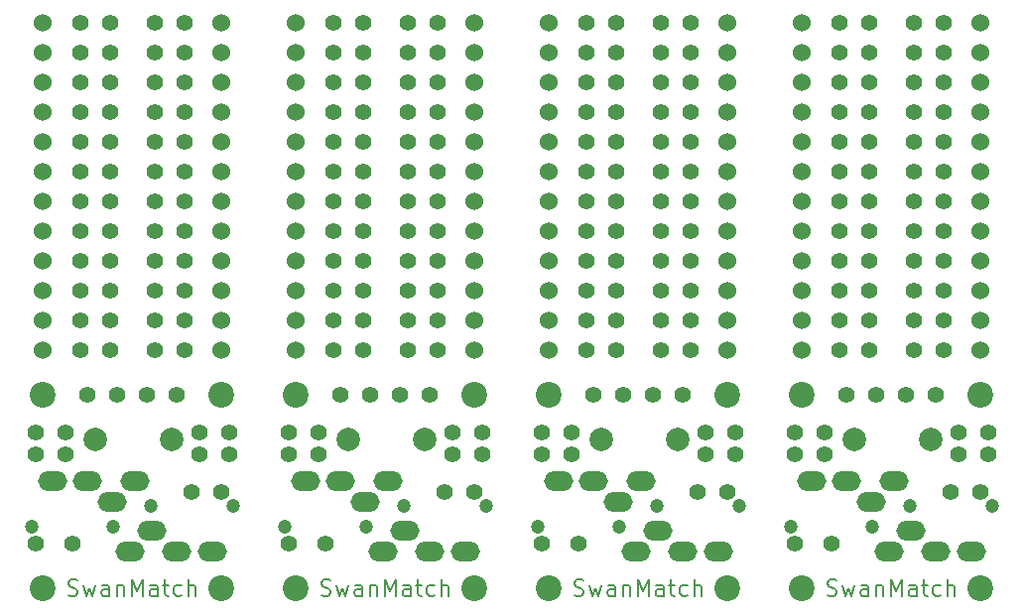
<source format=gts>
G04 #@! TF.GenerationSoftware,KiCad,Pcbnew,5.0.0-fee4fd1~66~ubuntu18.04.1*
G04 #@! TF.CreationDate,2018-09-17T00:42:53+09:00*
G04 #@! TF.ProjectId,MxLEDBit,4D784C45444269742E6B696361645F70,1*
G04 #@! TF.SameCoordinates,Original*
G04 #@! TF.FileFunction,Soldermask,Top*
G04 #@! TF.FilePolarity,Negative*
%FSLAX46Y46*%
G04 Gerber Fmt 4.6, Leading zero omitted, Abs format (unit mm)*
G04 Created by KiCad (PCBNEW 5.0.0-fee4fd1~66~ubuntu18.04.1) date Mon Sep 17 00:42:53 2018*
%MOMM*%
%LPD*%
G01*
G04 APERTURE LIST*
%ADD10C,0.200000*%
%ADD11C,2.200000*%
%ADD12C,2.000000*%
%ADD13C,1.397000*%
%ADD14C,1.200000*%
%ADD15O,2.500000X1.700000*%
%ADD16C,1.524000*%
G04 APERTURE END LIST*
D10*
X95498333Y-97721666D02*
X95698333Y-97788333D01*
X96031666Y-97788333D01*
X96165000Y-97721666D01*
X96231666Y-97655000D01*
X96298333Y-97521666D01*
X96298333Y-97388333D01*
X96231666Y-97255000D01*
X96165000Y-97188333D01*
X96031666Y-97121666D01*
X95765000Y-97055000D01*
X95631666Y-96988333D01*
X95565000Y-96921666D01*
X95498333Y-96788333D01*
X95498333Y-96655000D01*
X95565000Y-96521666D01*
X95631666Y-96455000D01*
X95765000Y-96388333D01*
X96098333Y-96388333D01*
X96298333Y-96455000D01*
X96765000Y-96855000D02*
X97031666Y-97788333D01*
X97298333Y-97121666D01*
X97565000Y-97788333D01*
X97831666Y-96855000D01*
X98965000Y-97788333D02*
X98965000Y-97055000D01*
X98898333Y-96921666D01*
X98765000Y-96855000D01*
X98498333Y-96855000D01*
X98365000Y-96921666D01*
X98965000Y-97721666D02*
X98831666Y-97788333D01*
X98498333Y-97788333D01*
X98365000Y-97721666D01*
X98298333Y-97588333D01*
X98298333Y-97455000D01*
X98365000Y-97321666D01*
X98498333Y-97255000D01*
X98831666Y-97255000D01*
X98965000Y-97188333D01*
X99631666Y-96855000D02*
X99631666Y-97788333D01*
X99631666Y-96988333D02*
X99698333Y-96921666D01*
X99831666Y-96855000D01*
X100031666Y-96855000D01*
X100165000Y-96921666D01*
X100231666Y-97055000D01*
X100231666Y-97788333D01*
X100898333Y-97788333D02*
X100898333Y-96388333D01*
X101365000Y-97388333D01*
X101831666Y-96388333D01*
X101831666Y-97788333D01*
X103098333Y-97788333D02*
X103098333Y-97055000D01*
X103031666Y-96921666D01*
X102898333Y-96855000D01*
X102631666Y-96855000D01*
X102498333Y-96921666D01*
X103098333Y-97721666D02*
X102965000Y-97788333D01*
X102631666Y-97788333D01*
X102498333Y-97721666D01*
X102431666Y-97588333D01*
X102431666Y-97455000D01*
X102498333Y-97321666D01*
X102631666Y-97255000D01*
X102965000Y-97255000D01*
X103098333Y-97188333D01*
X103565000Y-96855000D02*
X104098333Y-96855000D01*
X103765000Y-96388333D02*
X103765000Y-97588333D01*
X103831666Y-97721666D01*
X103965000Y-97788333D01*
X104098333Y-97788333D01*
X105165000Y-97721666D02*
X105031666Y-97788333D01*
X104765000Y-97788333D01*
X104631666Y-97721666D01*
X104565000Y-97655000D01*
X104498333Y-97521666D01*
X104498333Y-97121666D01*
X104565000Y-96988333D01*
X104631666Y-96921666D01*
X104765000Y-96855000D01*
X105031666Y-96855000D01*
X105165000Y-96921666D01*
X105765000Y-97788333D02*
X105765000Y-96388333D01*
X106365000Y-97788333D02*
X106365000Y-97055000D01*
X106298333Y-96921666D01*
X106165000Y-96855000D01*
X105965000Y-96855000D01*
X105831666Y-96921666D01*
X105765000Y-96988333D01*
X117088333Y-97721666D02*
X117288333Y-97788333D01*
X117621666Y-97788333D01*
X117755000Y-97721666D01*
X117821666Y-97655000D01*
X117888333Y-97521666D01*
X117888333Y-97388333D01*
X117821666Y-97255000D01*
X117755000Y-97188333D01*
X117621666Y-97121666D01*
X117355000Y-97055000D01*
X117221666Y-96988333D01*
X117155000Y-96921666D01*
X117088333Y-96788333D01*
X117088333Y-96655000D01*
X117155000Y-96521666D01*
X117221666Y-96455000D01*
X117355000Y-96388333D01*
X117688333Y-96388333D01*
X117888333Y-96455000D01*
X118355000Y-96855000D02*
X118621666Y-97788333D01*
X118888333Y-97121666D01*
X119155000Y-97788333D01*
X119421666Y-96855000D01*
X120555000Y-97788333D02*
X120555000Y-97055000D01*
X120488333Y-96921666D01*
X120355000Y-96855000D01*
X120088333Y-96855000D01*
X119955000Y-96921666D01*
X120555000Y-97721666D02*
X120421666Y-97788333D01*
X120088333Y-97788333D01*
X119955000Y-97721666D01*
X119888333Y-97588333D01*
X119888333Y-97455000D01*
X119955000Y-97321666D01*
X120088333Y-97255000D01*
X120421666Y-97255000D01*
X120555000Y-97188333D01*
X121221666Y-96855000D02*
X121221666Y-97788333D01*
X121221666Y-96988333D02*
X121288333Y-96921666D01*
X121421666Y-96855000D01*
X121621666Y-96855000D01*
X121755000Y-96921666D01*
X121821666Y-97055000D01*
X121821666Y-97788333D01*
X122488333Y-97788333D02*
X122488333Y-96388333D01*
X122955000Y-97388333D01*
X123421666Y-96388333D01*
X123421666Y-97788333D01*
X124688333Y-97788333D02*
X124688333Y-97055000D01*
X124621666Y-96921666D01*
X124488333Y-96855000D01*
X124221666Y-96855000D01*
X124088333Y-96921666D01*
X124688333Y-97721666D02*
X124555000Y-97788333D01*
X124221666Y-97788333D01*
X124088333Y-97721666D01*
X124021666Y-97588333D01*
X124021666Y-97455000D01*
X124088333Y-97321666D01*
X124221666Y-97255000D01*
X124555000Y-97255000D01*
X124688333Y-97188333D01*
X125155000Y-96855000D02*
X125688333Y-96855000D01*
X125355000Y-96388333D02*
X125355000Y-97588333D01*
X125421666Y-97721666D01*
X125555000Y-97788333D01*
X125688333Y-97788333D01*
X126755000Y-97721666D02*
X126621666Y-97788333D01*
X126355000Y-97788333D01*
X126221666Y-97721666D01*
X126155000Y-97655000D01*
X126088333Y-97521666D01*
X126088333Y-97121666D01*
X126155000Y-96988333D01*
X126221666Y-96921666D01*
X126355000Y-96855000D01*
X126621666Y-96855000D01*
X126755000Y-96921666D01*
X127355000Y-97788333D02*
X127355000Y-96388333D01*
X127955000Y-97788333D02*
X127955000Y-97055000D01*
X127888333Y-96921666D01*
X127755000Y-96855000D01*
X127555000Y-96855000D01*
X127421666Y-96921666D01*
X127355000Y-96988333D01*
X138678333Y-97721666D02*
X138878333Y-97788333D01*
X139211666Y-97788333D01*
X139345000Y-97721666D01*
X139411666Y-97655000D01*
X139478333Y-97521666D01*
X139478333Y-97388333D01*
X139411666Y-97255000D01*
X139345000Y-97188333D01*
X139211666Y-97121666D01*
X138945000Y-97055000D01*
X138811666Y-96988333D01*
X138745000Y-96921666D01*
X138678333Y-96788333D01*
X138678333Y-96655000D01*
X138745000Y-96521666D01*
X138811666Y-96455000D01*
X138945000Y-96388333D01*
X139278333Y-96388333D01*
X139478333Y-96455000D01*
X139945000Y-96855000D02*
X140211666Y-97788333D01*
X140478333Y-97121666D01*
X140745000Y-97788333D01*
X141011666Y-96855000D01*
X142145000Y-97788333D02*
X142145000Y-97055000D01*
X142078333Y-96921666D01*
X141945000Y-96855000D01*
X141678333Y-96855000D01*
X141545000Y-96921666D01*
X142145000Y-97721666D02*
X142011666Y-97788333D01*
X141678333Y-97788333D01*
X141545000Y-97721666D01*
X141478333Y-97588333D01*
X141478333Y-97455000D01*
X141545000Y-97321666D01*
X141678333Y-97255000D01*
X142011666Y-97255000D01*
X142145000Y-97188333D01*
X142811666Y-96855000D02*
X142811666Y-97788333D01*
X142811666Y-96988333D02*
X142878333Y-96921666D01*
X143011666Y-96855000D01*
X143211666Y-96855000D01*
X143345000Y-96921666D01*
X143411666Y-97055000D01*
X143411666Y-97788333D01*
X144078333Y-97788333D02*
X144078333Y-96388333D01*
X144545000Y-97388333D01*
X145011666Y-96388333D01*
X145011666Y-97788333D01*
X146278333Y-97788333D02*
X146278333Y-97055000D01*
X146211666Y-96921666D01*
X146078333Y-96855000D01*
X145811666Y-96855000D01*
X145678333Y-96921666D01*
X146278333Y-97721666D02*
X146145000Y-97788333D01*
X145811666Y-97788333D01*
X145678333Y-97721666D01*
X145611666Y-97588333D01*
X145611666Y-97455000D01*
X145678333Y-97321666D01*
X145811666Y-97255000D01*
X146145000Y-97255000D01*
X146278333Y-97188333D01*
X146745000Y-96855000D02*
X147278333Y-96855000D01*
X146945000Y-96388333D02*
X146945000Y-97588333D01*
X147011666Y-97721666D01*
X147145000Y-97788333D01*
X147278333Y-97788333D01*
X148345000Y-97721666D02*
X148211666Y-97788333D01*
X147945000Y-97788333D01*
X147811666Y-97721666D01*
X147745000Y-97655000D01*
X147678333Y-97521666D01*
X147678333Y-97121666D01*
X147745000Y-96988333D01*
X147811666Y-96921666D01*
X147945000Y-96855000D01*
X148211666Y-96855000D01*
X148345000Y-96921666D01*
X148945000Y-97788333D02*
X148945000Y-96388333D01*
X149545000Y-97788333D02*
X149545000Y-97055000D01*
X149478333Y-96921666D01*
X149345000Y-96855000D01*
X149145000Y-96855000D01*
X149011666Y-96921666D01*
X148945000Y-96988333D01*
X160268333Y-97721666D02*
X160468333Y-97788333D01*
X160801666Y-97788333D01*
X160935000Y-97721666D01*
X161001666Y-97655000D01*
X161068333Y-97521666D01*
X161068333Y-97388333D01*
X161001666Y-97255000D01*
X160935000Y-97188333D01*
X160801666Y-97121666D01*
X160535000Y-97055000D01*
X160401666Y-96988333D01*
X160335000Y-96921666D01*
X160268333Y-96788333D01*
X160268333Y-96655000D01*
X160335000Y-96521666D01*
X160401666Y-96455000D01*
X160535000Y-96388333D01*
X160868333Y-96388333D01*
X161068333Y-96455000D01*
X161535000Y-96855000D02*
X161801666Y-97788333D01*
X162068333Y-97121666D01*
X162335000Y-97788333D01*
X162601666Y-96855000D01*
X163735000Y-97788333D02*
X163735000Y-97055000D01*
X163668333Y-96921666D01*
X163535000Y-96855000D01*
X163268333Y-96855000D01*
X163135000Y-96921666D01*
X163735000Y-97721666D02*
X163601666Y-97788333D01*
X163268333Y-97788333D01*
X163135000Y-97721666D01*
X163068333Y-97588333D01*
X163068333Y-97455000D01*
X163135000Y-97321666D01*
X163268333Y-97255000D01*
X163601666Y-97255000D01*
X163735000Y-97188333D01*
X164401666Y-96855000D02*
X164401666Y-97788333D01*
X164401666Y-96988333D02*
X164468333Y-96921666D01*
X164601666Y-96855000D01*
X164801666Y-96855000D01*
X164935000Y-96921666D01*
X165001666Y-97055000D01*
X165001666Y-97788333D01*
X165668333Y-97788333D02*
X165668333Y-96388333D01*
X166135000Y-97388333D01*
X166601666Y-96388333D01*
X166601666Y-97788333D01*
X167868333Y-97788333D02*
X167868333Y-97055000D01*
X167801666Y-96921666D01*
X167668333Y-96855000D01*
X167401666Y-96855000D01*
X167268333Y-96921666D01*
X167868333Y-97721666D02*
X167735000Y-97788333D01*
X167401666Y-97788333D01*
X167268333Y-97721666D01*
X167201666Y-97588333D01*
X167201666Y-97455000D01*
X167268333Y-97321666D01*
X167401666Y-97255000D01*
X167735000Y-97255000D01*
X167868333Y-97188333D01*
X168335000Y-96855000D02*
X168868333Y-96855000D01*
X168535000Y-96388333D02*
X168535000Y-97588333D01*
X168601666Y-97721666D01*
X168735000Y-97788333D01*
X168868333Y-97788333D01*
X169935000Y-97721666D02*
X169801666Y-97788333D01*
X169535000Y-97788333D01*
X169401666Y-97721666D01*
X169335000Y-97655000D01*
X169268333Y-97521666D01*
X169268333Y-97121666D01*
X169335000Y-96988333D01*
X169401666Y-96921666D01*
X169535000Y-96855000D01*
X169801666Y-96855000D01*
X169935000Y-96921666D01*
X170535000Y-97788333D02*
X170535000Y-96388333D01*
X171135000Y-97788333D02*
X171135000Y-97055000D01*
X171068333Y-96921666D01*
X170935000Y-96855000D01*
X170735000Y-96855000D01*
X170601666Y-96921666D01*
X170535000Y-96988333D01*
D11*
G04 #@! TO.C,HOLE_M2*
X93345000Y-97155000D03*
G04 #@! TD*
G04 #@! TO.C,HOLE_M2*
X114935000Y-97155000D03*
G04 #@! TD*
G04 #@! TO.C,HOLE_M2*
X136525000Y-97155000D03*
G04 #@! TD*
D12*
G04 #@! TO.C,RESET1*
X97790000Y-84455000D03*
X104290000Y-84455000D03*
G04 #@! TD*
G04 #@! TO.C,RESET1*
X119380000Y-84455000D03*
X125880000Y-84455000D03*
G04 #@! TD*
G04 #@! TO.C,RESET1*
X140970000Y-84455000D03*
X147470000Y-84455000D03*
G04 #@! TD*
D11*
G04 #@! TO.C,HOLE_M2*
X108585000Y-97155000D03*
G04 #@! TD*
G04 #@! TO.C,HOLE_M2*
X130175000Y-97155000D03*
G04 #@! TD*
G04 #@! TO.C,HOLE_M2*
X151765000Y-97155000D03*
G04 #@! TD*
G04 #@! TO.C,HOLE_M2*
X93345000Y-80645000D03*
G04 #@! TD*
G04 #@! TO.C,HOLE_M2*
X114935000Y-80645000D03*
G04 #@! TD*
G04 #@! TO.C,HOLE_M2*
X136525000Y-80645000D03*
G04 #@! TD*
G04 #@! TO.C,HOLE_M2*
X108585000Y-80645000D03*
G04 #@! TD*
G04 #@! TO.C,HOLE_M2*
X130175000Y-80645000D03*
G04 #@! TD*
G04 #@! TO.C,HOLE_M2*
X151765000Y-80645000D03*
G04 #@! TD*
D13*
G04 #@! TO.C,P2*
X96520000Y-48895000D03*
G04 #@! TD*
G04 #@! TO.C,P2*
X118110000Y-48895000D03*
G04 #@! TD*
G04 #@! TO.C,P2*
X139700000Y-48895000D03*
G04 #@! TD*
G04 #@! TO.C,P2*
X96520000Y-51435000D03*
G04 #@! TD*
G04 #@! TO.C,P2*
X118110000Y-51435000D03*
G04 #@! TD*
G04 #@! TO.C,P2*
X139700000Y-51435000D03*
G04 #@! TD*
G04 #@! TO.C,P2*
X96520000Y-53975000D03*
G04 #@! TD*
G04 #@! TO.C,P2*
X118110000Y-53975000D03*
G04 #@! TD*
G04 #@! TO.C,P2*
X139700000Y-53975000D03*
G04 #@! TD*
G04 #@! TO.C,P2*
X96520000Y-56515000D03*
G04 #@! TD*
G04 #@! TO.C,P2*
X118110000Y-56515000D03*
G04 #@! TD*
G04 #@! TO.C,P2*
X139700000Y-56515000D03*
G04 #@! TD*
G04 #@! TO.C,P2*
X96520000Y-59055000D03*
G04 #@! TD*
G04 #@! TO.C,P2*
X118110000Y-59055000D03*
G04 #@! TD*
G04 #@! TO.C,P2*
X139700000Y-59055000D03*
G04 #@! TD*
G04 #@! TO.C,P2*
X105410000Y-56515000D03*
G04 #@! TD*
G04 #@! TO.C,P2*
X127000000Y-56515000D03*
G04 #@! TD*
G04 #@! TO.C,P2*
X148590000Y-56515000D03*
G04 #@! TD*
G04 #@! TO.C,P2*
X105410000Y-51435000D03*
G04 #@! TD*
G04 #@! TO.C,P2*
X127000000Y-51435000D03*
G04 #@! TD*
G04 #@! TO.C,P2*
X148590000Y-51435000D03*
G04 #@! TD*
G04 #@! TO.C,P2*
X105410000Y-53975000D03*
G04 #@! TD*
G04 #@! TO.C,P2*
X127000000Y-53975000D03*
G04 #@! TD*
G04 #@! TO.C,P2*
X148590000Y-53975000D03*
G04 #@! TD*
G04 #@! TO.C,P2*
X105410000Y-59055000D03*
G04 #@! TD*
G04 #@! TO.C,P2*
X127000000Y-59055000D03*
G04 #@! TD*
G04 #@! TO.C,P2*
X148590000Y-59055000D03*
G04 #@! TD*
G04 #@! TO.C,P2*
X105410000Y-48895000D03*
G04 #@! TD*
G04 #@! TO.C,P2*
X127000000Y-48895000D03*
G04 #@! TD*
G04 #@! TO.C,P2*
X148590000Y-48895000D03*
G04 #@! TD*
G04 #@! TO.C,P2*
X105410000Y-61595000D03*
G04 #@! TD*
G04 #@! TO.C,P2*
X127000000Y-61595000D03*
G04 #@! TD*
G04 #@! TO.C,P2*
X148590000Y-61595000D03*
G04 #@! TD*
G04 #@! TO.C,P2*
X99060000Y-51435000D03*
G04 #@! TD*
G04 #@! TO.C,P2*
X120650000Y-51435000D03*
G04 #@! TD*
G04 #@! TO.C,P2*
X142240000Y-51435000D03*
G04 #@! TD*
G04 #@! TO.C,P2*
X99060000Y-56515000D03*
G04 #@! TD*
G04 #@! TO.C,P2*
X120650000Y-56515000D03*
G04 #@! TD*
G04 #@! TO.C,P2*
X142240000Y-56515000D03*
G04 #@! TD*
G04 #@! TO.C,P2*
X99060000Y-53975000D03*
G04 #@! TD*
G04 #@! TO.C,P2*
X120650000Y-53975000D03*
G04 #@! TD*
G04 #@! TO.C,P2*
X142240000Y-53975000D03*
G04 #@! TD*
G04 #@! TO.C,P2*
X99060000Y-48895000D03*
G04 #@! TD*
G04 #@! TO.C,P2*
X120650000Y-48895000D03*
G04 #@! TD*
G04 #@! TO.C,P2*
X142240000Y-48895000D03*
G04 #@! TD*
G04 #@! TO.C,P2*
X99060000Y-59055000D03*
G04 #@! TD*
G04 #@! TO.C,P2*
X120650000Y-59055000D03*
G04 #@! TD*
G04 #@! TO.C,P2*
X142240000Y-59055000D03*
G04 #@! TD*
G04 #@! TO.C,DT*
X102870000Y-51435000D03*
G04 #@! TD*
G04 #@! TO.C,DT*
X124460000Y-51435000D03*
G04 #@! TD*
G04 #@! TO.C,DT*
X146050000Y-51435000D03*
G04 #@! TD*
G04 #@! TO.C,P2*
X102870000Y-56515000D03*
G04 #@! TD*
G04 #@! TO.C,P2*
X124460000Y-56515000D03*
G04 #@! TD*
G04 #@! TO.C,P2*
X146050000Y-56515000D03*
G04 #@! TD*
G04 #@! TO.C,P2*
X102870000Y-53975000D03*
G04 #@! TD*
G04 #@! TO.C,P2*
X124460000Y-53975000D03*
G04 #@! TD*
G04 #@! TO.C,P2*
X146050000Y-53975000D03*
G04 #@! TD*
G04 #@! TO.C,P2*
X102870000Y-48895000D03*
G04 #@! TD*
G04 #@! TO.C,P2*
X124460000Y-48895000D03*
G04 #@! TD*
G04 #@! TO.C,P2*
X146050000Y-48895000D03*
G04 #@! TD*
G04 #@! TO.C,P2*
X102870000Y-61595000D03*
G04 #@! TD*
G04 #@! TO.C,P2*
X124460000Y-61595000D03*
G04 #@! TD*
G04 #@! TO.C,P2*
X146050000Y-61595000D03*
G04 #@! TD*
D14*
G04 #@! TO.C,JACK*
X99355000Y-91880000D03*
X92355000Y-91880000D03*
D15*
X94155000Y-88030000D03*
X97155000Y-88030000D03*
X101155000Y-88030000D03*
X102655000Y-92230000D03*
G04 #@! TD*
D14*
G04 #@! TO.C,JACK*
X120945000Y-91880000D03*
X113945000Y-91880000D03*
D15*
X115745000Y-88030000D03*
X118745000Y-88030000D03*
X122745000Y-88030000D03*
X124245000Y-92230000D03*
G04 #@! TD*
D14*
G04 #@! TO.C,JACK*
X142535000Y-91880000D03*
X135535000Y-91880000D03*
D15*
X137335000Y-88030000D03*
X140335000Y-88030000D03*
X144335000Y-88030000D03*
X145835000Y-92230000D03*
G04 #@! TD*
D14*
G04 #@! TO.C,JACK*
X102575000Y-90130000D03*
X109575000Y-90130000D03*
D15*
X107775000Y-93980000D03*
X104775000Y-93980000D03*
X100775000Y-93980000D03*
X99275000Y-89780000D03*
G04 #@! TD*
D14*
G04 #@! TO.C,JACK*
X124165000Y-90130000D03*
X131165000Y-90130000D03*
D15*
X129365000Y-93980000D03*
X126365000Y-93980000D03*
X122365000Y-93980000D03*
X120865000Y-89780000D03*
G04 #@! TD*
D14*
G04 #@! TO.C,JACK*
X145755000Y-90130000D03*
X152755000Y-90130000D03*
D15*
X150955000Y-93980000D03*
X147955000Y-93980000D03*
X143955000Y-93980000D03*
X142455000Y-89780000D03*
G04 #@! TD*
D13*
G04 #@! TO.C,P2*
X102870000Y-59055000D03*
G04 #@! TD*
G04 #@! TO.C,P2*
X124460000Y-59055000D03*
G04 #@! TD*
G04 #@! TO.C,P2*
X146050000Y-59055000D03*
G04 #@! TD*
G04 #@! TO.C,DATA*
X92710000Y-93345000D03*
G04 #@! TD*
G04 #@! TO.C,DATA*
X114300000Y-93345000D03*
G04 #@! TD*
G04 #@! TO.C,DATA*
X135890000Y-93345000D03*
G04 #@! TD*
G04 #@! TO.C,A*
X95885000Y-93345000D03*
G04 #@! TD*
G04 #@! TO.C,A*
X117475000Y-93345000D03*
G04 #@! TD*
G04 #@! TO.C,A*
X139065000Y-93345000D03*
G04 #@! TD*
G04 #@! TO.C,A*
X106045000Y-88900000D03*
G04 #@! TD*
G04 #@! TO.C,A*
X127635000Y-88900000D03*
G04 #@! TD*
G04 #@! TO.C,A*
X149225000Y-88900000D03*
G04 #@! TD*
G04 #@! TO.C,DATA*
X108585000Y-88900000D03*
G04 #@! TD*
G04 #@! TO.C,DATA*
X130175000Y-88900000D03*
G04 #@! TD*
G04 #@! TO.C,DATA*
X151765000Y-88900000D03*
G04 #@! TD*
D16*
G04 #@! TO.C,U2*
X93345000Y-48895000D03*
X93345000Y-51435000D03*
X93345000Y-53975000D03*
X93345000Y-56515000D03*
X93345000Y-59055000D03*
X93345000Y-61595000D03*
X93345000Y-64135000D03*
X93345000Y-66675000D03*
X93345000Y-69215000D03*
X93345000Y-71755000D03*
X93345000Y-74295000D03*
X93345000Y-76835000D03*
X108585000Y-76835000D03*
X108585000Y-74295000D03*
X108585000Y-71755000D03*
X108585000Y-69215000D03*
X108585000Y-66675000D03*
X108585000Y-64135000D03*
X108585000Y-61595000D03*
X108585000Y-59055000D03*
X108585000Y-56515000D03*
X108585000Y-53975000D03*
X108585000Y-51435000D03*
X108585000Y-48895000D03*
G04 #@! TD*
G04 #@! TO.C,U2*
X114935000Y-48895000D03*
X114935000Y-51435000D03*
X114935000Y-53975000D03*
X114935000Y-56515000D03*
X114935000Y-59055000D03*
X114935000Y-61595000D03*
X114935000Y-64135000D03*
X114935000Y-66675000D03*
X114935000Y-69215000D03*
X114935000Y-71755000D03*
X114935000Y-74295000D03*
X114935000Y-76835000D03*
X130175000Y-76835000D03*
X130175000Y-74295000D03*
X130175000Y-71755000D03*
X130175000Y-69215000D03*
X130175000Y-66675000D03*
X130175000Y-64135000D03*
X130175000Y-61595000D03*
X130175000Y-59055000D03*
X130175000Y-56515000D03*
X130175000Y-53975000D03*
X130175000Y-51435000D03*
X130175000Y-48895000D03*
G04 #@! TD*
G04 #@! TO.C,U2*
X136525000Y-48895000D03*
X136525000Y-51435000D03*
X136525000Y-53975000D03*
X136525000Y-56515000D03*
X136525000Y-59055000D03*
X136525000Y-61595000D03*
X136525000Y-64135000D03*
X136525000Y-66675000D03*
X136525000Y-69215000D03*
X136525000Y-71755000D03*
X136525000Y-74295000D03*
X136525000Y-76835000D03*
X151765000Y-76835000D03*
X151765000Y-74295000D03*
X151765000Y-71755000D03*
X151765000Y-69215000D03*
X151765000Y-66675000D03*
X151765000Y-64135000D03*
X151765000Y-61595000D03*
X151765000Y-59055000D03*
X151765000Y-56515000D03*
X151765000Y-53975000D03*
X151765000Y-51435000D03*
X151765000Y-48895000D03*
G04 #@! TD*
D13*
G04 #@! TO.C,P2*
X96520000Y-61595000D03*
G04 #@! TD*
G04 #@! TO.C,P2*
X118110000Y-61595000D03*
G04 #@! TD*
G04 #@! TO.C,P2*
X139700000Y-61595000D03*
G04 #@! TD*
G04 #@! TO.C,P2*
X96520000Y-64135000D03*
G04 #@! TD*
G04 #@! TO.C,P2*
X118110000Y-64135000D03*
G04 #@! TD*
G04 #@! TO.C,P2*
X139700000Y-64135000D03*
G04 #@! TD*
G04 #@! TO.C,P2*
X96520000Y-66675000D03*
G04 #@! TD*
G04 #@! TO.C,P2*
X118110000Y-66675000D03*
G04 #@! TD*
G04 #@! TO.C,P2*
X139700000Y-66675000D03*
G04 #@! TD*
G04 #@! TO.C,P2*
X96520000Y-69215000D03*
G04 #@! TD*
G04 #@! TO.C,P2*
X118110000Y-69215000D03*
G04 #@! TD*
G04 #@! TO.C,P2*
X139700000Y-69215000D03*
G04 #@! TD*
G04 #@! TO.C,P2*
X96520000Y-76835000D03*
G04 #@! TD*
G04 #@! TO.C,P2*
X118110000Y-76835000D03*
G04 #@! TD*
G04 #@! TO.C,P2*
X139700000Y-76835000D03*
G04 #@! TD*
G04 #@! TO.C,P2*
X96520000Y-71755000D03*
G04 #@! TD*
G04 #@! TO.C,P2*
X118110000Y-71755000D03*
G04 #@! TD*
G04 #@! TO.C,P2*
X139700000Y-71755000D03*
G04 #@! TD*
G04 #@! TO.C,P2*
X96520000Y-74295000D03*
G04 #@! TD*
G04 #@! TO.C,P2*
X118110000Y-74295000D03*
G04 #@! TD*
G04 #@! TO.C,P2*
X139700000Y-74295000D03*
G04 #@! TD*
G04 #@! TO.C,P2*
X105410000Y-76835000D03*
G04 #@! TD*
G04 #@! TO.C,P2*
X127000000Y-76835000D03*
G04 #@! TD*
G04 #@! TO.C,P2*
X148590000Y-76835000D03*
G04 #@! TD*
G04 #@! TO.C,P2*
X105410000Y-74295000D03*
G04 #@! TD*
G04 #@! TO.C,P2*
X127000000Y-74295000D03*
G04 #@! TD*
G04 #@! TO.C,P2*
X148590000Y-74295000D03*
G04 #@! TD*
G04 #@! TO.C,P2*
X105410000Y-71755000D03*
G04 #@! TD*
G04 #@! TO.C,P2*
X127000000Y-71755000D03*
G04 #@! TD*
G04 #@! TO.C,P2*
X148590000Y-71755000D03*
G04 #@! TD*
G04 #@! TO.C,P2*
X105410000Y-64135000D03*
G04 #@! TD*
G04 #@! TO.C,P2*
X127000000Y-64135000D03*
G04 #@! TD*
G04 #@! TO.C,P2*
X148590000Y-64135000D03*
G04 #@! TD*
G04 #@! TO.C,P2*
X105410000Y-69215000D03*
G04 #@! TD*
G04 #@! TO.C,P2*
X127000000Y-69215000D03*
G04 #@! TD*
G04 #@! TO.C,P2*
X148590000Y-69215000D03*
G04 #@! TD*
G04 #@! TO.C,P2*
X105410000Y-66675000D03*
G04 #@! TD*
G04 #@! TO.C,P2*
X127000000Y-66675000D03*
G04 #@! TD*
G04 #@! TO.C,P2*
X148590000Y-66675000D03*
G04 #@! TD*
G04 #@! TO.C,OLED*
X104775000Y-80645000D03*
X102235000Y-80645000D03*
X99695000Y-80645000D03*
X97155000Y-80645000D03*
G04 #@! TD*
G04 #@! TO.C,OLED*
X126365000Y-80645000D03*
X123825000Y-80645000D03*
X121285000Y-80645000D03*
X118745000Y-80645000D03*
G04 #@! TD*
G04 #@! TO.C,OLED*
X147955000Y-80645000D03*
X145415000Y-80645000D03*
X142875000Y-80645000D03*
X140335000Y-80645000D03*
G04 #@! TD*
G04 #@! TO.C,P2*
X95250000Y-83820000D03*
G04 #@! TD*
G04 #@! TO.C,P2*
X116840000Y-83820000D03*
G04 #@! TD*
G04 #@! TO.C,P2*
X138430000Y-83820000D03*
G04 #@! TD*
G04 #@! TO.C,P2*
X92710000Y-83820000D03*
G04 #@! TD*
G04 #@! TO.C,P2*
X114300000Y-83820000D03*
G04 #@! TD*
G04 #@! TO.C,P2*
X135890000Y-83820000D03*
G04 #@! TD*
G04 #@! TO.C,P2*
X95250000Y-85725000D03*
G04 #@! TD*
G04 #@! TO.C,P2*
X116840000Y-85725000D03*
G04 #@! TD*
G04 #@! TO.C,P2*
X138430000Y-85725000D03*
G04 #@! TD*
G04 #@! TO.C,P2*
X92710000Y-85725000D03*
G04 #@! TD*
G04 #@! TO.C,P2*
X114300000Y-85725000D03*
G04 #@! TD*
G04 #@! TO.C,P2*
X135890000Y-85725000D03*
G04 #@! TD*
G04 #@! TO.C,P2*
X109220000Y-83820000D03*
G04 #@! TD*
G04 #@! TO.C,P2*
X130810000Y-83820000D03*
G04 #@! TD*
G04 #@! TO.C,P2*
X152400000Y-83820000D03*
G04 #@! TD*
G04 #@! TO.C,P2*
X106680000Y-83820000D03*
G04 #@! TD*
G04 #@! TO.C,P2*
X128270000Y-83820000D03*
G04 #@! TD*
G04 #@! TO.C,P2*
X149860000Y-83820000D03*
G04 #@! TD*
G04 #@! TO.C,P2*
X106680000Y-85725000D03*
G04 #@! TD*
G04 #@! TO.C,P2*
X128270000Y-85725000D03*
G04 #@! TD*
G04 #@! TO.C,P2*
X149860000Y-85725000D03*
G04 #@! TD*
G04 #@! TO.C,P2*
X109220000Y-85725000D03*
G04 #@! TD*
G04 #@! TO.C,P2*
X130810000Y-85725000D03*
G04 #@! TD*
G04 #@! TO.C,P2*
X152400000Y-85725000D03*
G04 #@! TD*
G04 #@! TO.C,P2*
X99060000Y-61595000D03*
G04 #@! TD*
G04 #@! TO.C,P2*
X120650000Y-61595000D03*
G04 #@! TD*
G04 #@! TO.C,P2*
X142240000Y-61595000D03*
G04 #@! TD*
G04 #@! TO.C,P2*
X99060000Y-74295000D03*
G04 #@! TD*
G04 #@! TO.C,P2*
X120650000Y-74295000D03*
G04 #@! TD*
G04 #@! TO.C,P2*
X142240000Y-74295000D03*
G04 #@! TD*
G04 #@! TO.C,P2*
X99060000Y-71755000D03*
G04 #@! TD*
G04 #@! TO.C,P2*
X120650000Y-71755000D03*
G04 #@! TD*
G04 #@! TO.C,P2*
X142240000Y-71755000D03*
G04 #@! TD*
G04 #@! TO.C,P2*
X99060000Y-76835000D03*
G04 #@! TD*
G04 #@! TO.C,P2*
X120650000Y-76835000D03*
G04 #@! TD*
G04 #@! TO.C,P2*
X142240000Y-76835000D03*
G04 #@! TD*
G04 #@! TO.C,P2*
X99060000Y-69215000D03*
G04 #@! TD*
G04 #@! TO.C,P2*
X120650000Y-69215000D03*
G04 #@! TD*
G04 #@! TO.C,P2*
X142240000Y-69215000D03*
G04 #@! TD*
G04 #@! TO.C,P2*
X99060000Y-66675000D03*
G04 #@! TD*
G04 #@! TO.C,P2*
X120650000Y-66675000D03*
G04 #@! TD*
G04 #@! TO.C,P2*
X142240000Y-66675000D03*
G04 #@! TD*
G04 #@! TO.C,P2*
X99060000Y-64135000D03*
G04 #@! TD*
G04 #@! TO.C,P2*
X120650000Y-64135000D03*
G04 #@! TD*
G04 #@! TO.C,P2*
X142240000Y-64135000D03*
G04 #@! TD*
G04 #@! TO.C,P2*
X102870000Y-66675000D03*
G04 #@! TD*
G04 #@! TO.C,P2*
X124460000Y-66675000D03*
G04 #@! TD*
G04 #@! TO.C,P2*
X146050000Y-66675000D03*
G04 #@! TD*
G04 #@! TO.C,P2*
X102870000Y-69215000D03*
G04 #@! TD*
G04 #@! TO.C,P2*
X124460000Y-69215000D03*
G04 #@! TD*
G04 #@! TO.C,P2*
X146050000Y-69215000D03*
G04 #@! TD*
G04 #@! TO.C,P2*
X102870000Y-64135000D03*
G04 #@! TD*
G04 #@! TO.C,P2*
X124460000Y-64135000D03*
G04 #@! TD*
G04 #@! TO.C,P2*
X146050000Y-64135000D03*
G04 #@! TD*
G04 #@! TO.C,P2*
X102870000Y-71755000D03*
G04 #@! TD*
G04 #@! TO.C,P2*
X124460000Y-71755000D03*
G04 #@! TD*
G04 #@! TO.C,P2*
X146050000Y-71755000D03*
G04 #@! TD*
G04 #@! TO.C,P2*
X102870000Y-74295000D03*
G04 #@! TD*
G04 #@! TO.C,P2*
X124460000Y-74295000D03*
G04 #@! TD*
G04 #@! TO.C,P2*
X146050000Y-74295000D03*
G04 #@! TD*
G04 #@! TO.C,P2*
X102870000Y-76835000D03*
G04 #@! TD*
G04 #@! TO.C,P2*
X124460000Y-76835000D03*
G04 #@! TD*
G04 #@! TO.C,P2*
X146050000Y-76835000D03*
G04 #@! TD*
D15*
G04 #@! TO.C,JACK*
X167425000Y-92230000D03*
X165925000Y-88030000D03*
X161925000Y-88030000D03*
X158925000Y-88030000D03*
D14*
X157125000Y-91880000D03*
X164125000Y-91880000D03*
G04 #@! TD*
D15*
G04 #@! TO.C,JACK*
X164045000Y-89780000D03*
X165545000Y-93980000D03*
X169545000Y-93980000D03*
X172545000Y-93980000D03*
D14*
X174345000Y-90130000D03*
X167345000Y-90130000D03*
G04 #@! TD*
D13*
G04 #@! TO.C,P2*
X167640000Y-76835000D03*
G04 #@! TD*
G04 #@! TO.C,P2*
X167640000Y-74295000D03*
G04 #@! TD*
G04 #@! TO.C,P2*
X167640000Y-71755000D03*
G04 #@! TD*
G04 #@! TO.C,P2*
X167640000Y-64135000D03*
G04 #@! TD*
G04 #@! TO.C,P2*
X167640000Y-69215000D03*
G04 #@! TD*
G04 #@! TO.C,P2*
X167640000Y-66675000D03*
G04 #@! TD*
G04 #@! TO.C,P2*
X163830000Y-64135000D03*
G04 #@! TD*
G04 #@! TO.C,P2*
X163830000Y-66675000D03*
G04 #@! TD*
G04 #@! TO.C,P2*
X163830000Y-69215000D03*
G04 #@! TD*
G04 #@! TO.C,P2*
X163830000Y-76835000D03*
G04 #@! TD*
G04 #@! TO.C,P2*
X163830000Y-71755000D03*
G04 #@! TD*
G04 #@! TO.C,P2*
X163830000Y-74295000D03*
G04 #@! TD*
G04 #@! TO.C,P2*
X163830000Y-61595000D03*
G04 #@! TD*
G04 #@! TO.C,P2*
X173990000Y-85725000D03*
G04 #@! TD*
G04 #@! TO.C,P2*
X171450000Y-85725000D03*
G04 #@! TD*
G04 #@! TO.C,P2*
X171450000Y-83820000D03*
G04 #@! TD*
G04 #@! TO.C,P2*
X173990000Y-83820000D03*
G04 #@! TD*
G04 #@! TO.C,P2*
X157480000Y-85725000D03*
G04 #@! TD*
G04 #@! TO.C,P2*
X160020000Y-85725000D03*
G04 #@! TD*
G04 #@! TO.C,P2*
X157480000Y-83820000D03*
G04 #@! TD*
G04 #@! TO.C,P2*
X160020000Y-83820000D03*
G04 #@! TD*
G04 #@! TO.C,OLED*
X161925000Y-80645000D03*
X164465000Y-80645000D03*
X167005000Y-80645000D03*
X169545000Y-80645000D03*
G04 #@! TD*
G04 #@! TO.C,P2*
X170180000Y-66675000D03*
G04 #@! TD*
G04 #@! TO.C,P2*
X170180000Y-69215000D03*
G04 #@! TD*
G04 #@! TO.C,P2*
X170180000Y-64135000D03*
G04 #@! TD*
G04 #@! TO.C,P2*
X170180000Y-71755000D03*
G04 #@! TD*
G04 #@! TO.C,P2*
X170180000Y-74295000D03*
G04 #@! TD*
G04 #@! TO.C,P2*
X170180000Y-76835000D03*
G04 #@! TD*
G04 #@! TO.C,P2*
X161290000Y-74295000D03*
G04 #@! TD*
G04 #@! TO.C,P2*
X161290000Y-71755000D03*
G04 #@! TD*
G04 #@! TO.C,P2*
X161290000Y-76835000D03*
G04 #@! TD*
G04 #@! TO.C,P2*
X161290000Y-69215000D03*
G04 #@! TD*
G04 #@! TO.C,P2*
X161290000Y-66675000D03*
G04 #@! TD*
G04 #@! TO.C,P2*
X161290000Y-64135000D03*
G04 #@! TD*
G04 #@! TO.C,P2*
X161290000Y-61595000D03*
G04 #@! TD*
D16*
G04 #@! TO.C,U2*
X173355000Y-48895000D03*
X173355000Y-51435000D03*
X173355000Y-53975000D03*
X173355000Y-56515000D03*
X173355000Y-59055000D03*
X173355000Y-61595000D03*
X173355000Y-64135000D03*
X173355000Y-66675000D03*
X173355000Y-69215000D03*
X173355000Y-71755000D03*
X173355000Y-74295000D03*
X173355000Y-76835000D03*
X158115000Y-76835000D03*
X158115000Y-74295000D03*
X158115000Y-71755000D03*
X158115000Y-69215000D03*
X158115000Y-66675000D03*
X158115000Y-64135000D03*
X158115000Y-61595000D03*
X158115000Y-59055000D03*
X158115000Y-56515000D03*
X158115000Y-53975000D03*
X158115000Y-51435000D03*
X158115000Y-48895000D03*
G04 #@! TD*
D13*
G04 #@! TO.C,DATA*
X173355000Y-88900000D03*
G04 #@! TD*
G04 #@! TO.C,A*
X170815000Y-88900000D03*
G04 #@! TD*
G04 #@! TO.C,A*
X160655000Y-93345000D03*
G04 #@! TD*
G04 #@! TO.C,DATA*
X157480000Y-93345000D03*
G04 #@! TD*
G04 #@! TO.C,P2*
X167640000Y-59055000D03*
G04 #@! TD*
G04 #@! TO.C,P2*
X167640000Y-61595000D03*
G04 #@! TD*
G04 #@! TO.C,P2*
X167640000Y-48895000D03*
G04 #@! TD*
G04 #@! TO.C,P2*
X167640000Y-53975000D03*
G04 #@! TD*
G04 #@! TO.C,P2*
X167640000Y-56515000D03*
G04 #@! TD*
G04 #@! TO.C,DT*
X167640000Y-51435000D03*
G04 #@! TD*
G04 #@! TO.C,P2*
X163830000Y-59055000D03*
G04 #@! TD*
G04 #@! TO.C,P2*
X163830000Y-48895000D03*
G04 #@! TD*
G04 #@! TO.C,P2*
X163830000Y-53975000D03*
G04 #@! TD*
G04 #@! TO.C,P2*
X163830000Y-56515000D03*
G04 #@! TD*
G04 #@! TO.C,P2*
X163830000Y-51435000D03*
G04 #@! TD*
G04 #@! TO.C,P2*
X170180000Y-61595000D03*
G04 #@! TD*
G04 #@! TO.C,P2*
X170180000Y-48895000D03*
G04 #@! TD*
G04 #@! TO.C,P2*
X170180000Y-59055000D03*
G04 #@! TD*
G04 #@! TO.C,P2*
X170180000Y-53975000D03*
G04 #@! TD*
G04 #@! TO.C,P2*
X170180000Y-51435000D03*
G04 #@! TD*
G04 #@! TO.C,P2*
X170180000Y-56515000D03*
G04 #@! TD*
G04 #@! TO.C,P2*
X161290000Y-59055000D03*
G04 #@! TD*
G04 #@! TO.C,P2*
X161290000Y-56515000D03*
G04 #@! TD*
G04 #@! TO.C,P2*
X161290000Y-53975000D03*
G04 #@! TD*
G04 #@! TO.C,P2*
X161290000Y-51435000D03*
G04 #@! TD*
G04 #@! TO.C,P2*
X161290000Y-48895000D03*
G04 #@! TD*
D11*
G04 #@! TO.C,HOLE_M2*
X173355000Y-80645000D03*
G04 #@! TD*
G04 #@! TO.C,HOLE_M2*
X158115000Y-80645000D03*
G04 #@! TD*
G04 #@! TO.C,HOLE_M2*
X173355000Y-97155000D03*
G04 #@! TD*
D12*
G04 #@! TO.C,RESET1*
X169060000Y-84455000D03*
X162560000Y-84455000D03*
G04 #@! TD*
D11*
G04 #@! TO.C,HOLE_M2*
X158115000Y-97155000D03*
G04 #@! TD*
M02*

</source>
